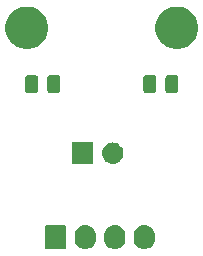
<source format=gbr>
G04 #@! TF.GenerationSoftware,KiCad,Pcbnew,(5.1.2-1)-1*
G04 #@! TF.CreationDate,2019-11-08T10:29:16-05:00*
G04 #@! TF.ProjectId,flow_rate,666c6f77-5f72-4617-9465-2e6b69636164,rev?*
G04 #@! TF.SameCoordinates,Original*
G04 #@! TF.FileFunction,Soldermask,Top*
G04 #@! TF.FilePolarity,Negative*
%FSLAX46Y46*%
G04 Gerber Fmt 4.6, Leading zero omitted, Abs format (unit mm)*
G04 Created by KiCad (PCBNEW (5.1.2-1)-1) date 2019-11-08 10:29:16*
%MOMM*%
%LPD*%
G04 APERTURE LIST*
%ADD10C,0.100000*%
G04 APERTURE END LIST*
D10*
G36*
X182508626Y-53089037D02*
G01*
X182678465Y-53140557D01*
X182678467Y-53140558D01*
X182834989Y-53224221D01*
X182972186Y-53336814D01*
X183055448Y-53438271D01*
X183084778Y-53474009D01*
X183168443Y-53630534D01*
X183219963Y-53800373D01*
X183233000Y-53932742D01*
X183233000Y-54271257D01*
X183219963Y-54403626D01*
X183168443Y-54573466D01*
X183084778Y-54729991D01*
X183055448Y-54765729D01*
X182972186Y-54867186D01*
X182877250Y-54945097D01*
X182834991Y-54979778D01*
X182678466Y-55063443D01*
X182508627Y-55114963D01*
X182332000Y-55132359D01*
X182155374Y-55114963D01*
X181985535Y-55063443D01*
X181829010Y-54979778D01*
X181691815Y-54867185D01*
X181579222Y-54729991D01*
X181495557Y-54573466D01*
X181444037Y-54403627D01*
X181431000Y-54271258D01*
X181431000Y-53932743D01*
X181444037Y-53800374D01*
X181495557Y-53630535D01*
X181579222Y-53474010D01*
X181579223Y-53474009D01*
X181691814Y-53336814D01*
X181793271Y-53253552D01*
X181829009Y-53224222D01*
X181985534Y-53140557D01*
X182155373Y-53089037D01*
X182332000Y-53071641D01*
X182508626Y-53089037D01*
X182508626Y-53089037D01*
G37*
G36*
X185008626Y-53089037D02*
G01*
X185178465Y-53140557D01*
X185178467Y-53140558D01*
X185334989Y-53224221D01*
X185472186Y-53336814D01*
X185555448Y-53438271D01*
X185584778Y-53474009D01*
X185668443Y-53630534D01*
X185719963Y-53800373D01*
X185733000Y-53932742D01*
X185733000Y-54271257D01*
X185719963Y-54403626D01*
X185668443Y-54573466D01*
X185584778Y-54729991D01*
X185555448Y-54765729D01*
X185472186Y-54867186D01*
X185377250Y-54945097D01*
X185334991Y-54979778D01*
X185178466Y-55063443D01*
X185008627Y-55114963D01*
X184832000Y-55132359D01*
X184655374Y-55114963D01*
X184485535Y-55063443D01*
X184329010Y-54979778D01*
X184191815Y-54867185D01*
X184079222Y-54729991D01*
X183995557Y-54573466D01*
X183944037Y-54403627D01*
X183931000Y-54271258D01*
X183931000Y-53932743D01*
X183944037Y-53800374D01*
X183995557Y-53630535D01*
X184079222Y-53474010D01*
X184079223Y-53474009D01*
X184191814Y-53336814D01*
X184293271Y-53253552D01*
X184329009Y-53224222D01*
X184485534Y-53140557D01*
X184655373Y-53089037D01*
X184832000Y-53071641D01*
X185008626Y-53089037D01*
X185008626Y-53089037D01*
G37*
G36*
X187508626Y-53089037D02*
G01*
X187678465Y-53140557D01*
X187678467Y-53140558D01*
X187834989Y-53224221D01*
X187972186Y-53336814D01*
X188055448Y-53438271D01*
X188084778Y-53474009D01*
X188168443Y-53630534D01*
X188219963Y-53800373D01*
X188233000Y-53932742D01*
X188233000Y-54271257D01*
X188219963Y-54403626D01*
X188168443Y-54573466D01*
X188084778Y-54729991D01*
X188055448Y-54765729D01*
X187972186Y-54867186D01*
X187877250Y-54945097D01*
X187834991Y-54979778D01*
X187678466Y-55063443D01*
X187508627Y-55114963D01*
X187332000Y-55132359D01*
X187155374Y-55114963D01*
X186985535Y-55063443D01*
X186829010Y-54979778D01*
X186691815Y-54867185D01*
X186579222Y-54729991D01*
X186495557Y-54573466D01*
X186444037Y-54403627D01*
X186431000Y-54271258D01*
X186431000Y-53932743D01*
X186444037Y-53800374D01*
X186495557Y-53630535D01*
X186579222Y-53474010D01*
X186579223Y-53474009D01*
X186691814Y-53336814D01*
X186793271Y-53253552D01*
X186829009Y-53224222D01*
X186985534Y-53140557D01*
X187155373Y-53089037D01*
X187332000Y-53071641D01*
X187508626Y-53089037D01*
X187508626Y-53089037D01*
G37*
G36*
X180590600Y-53079989D02*
G01*
X180623652Y-53090015D01*
X180654103Y-53106292D01*
X180680799Y-53128201D01*
X180702708Y-53154897D01*
X180718985Y-53185348D01*
X180729011Y-53218400D01*
X180733000Y-53258903D01*
X180733000Y-54945097D01*
X180729011Y-54985600D01*
X180718985Y-55018652D01*
X180702708Y-55049103D01*
X180680799Y-55075799D01*
X180654103Y-55097708D01*
X180623652Y-55113985D01*
X180590600Y-55124011D01*
X180550097Y-55128000D01*
X179113903Y-55128000D01*
X179073400Y-55124011D01*
X179040348Y-55113985D01*
X179009897Y-55097708D01*
X178983201Y-55075799D01*
X178961292Y-55049103D01*
X178945015Y-55018652D01*
X178934989Y-54985600D01*
X178931000Y-54945097D01*
X178931000Y-53258903D01*
X178934989Y-53218400D01*
X178945015Y-53185348D01*
X178961292Y-53154897D01*
X178983201Y-53128201D01*
X179009897Y-53106292D01*
X179040348Y-53090015D01*
X179073400Y-53079989D01*
X179113903Y-53076000D01*
X180550097Y-53076000D01*
X180590600Y-53079989D01*
X180590600Y-53079989D01*
G37*
G36*
X184768442Y-46095518D02*
G01*
X184834627Y-46102037D01*
X185004466Y-46153557D01*
X185160991Y-46237222D01*
X185196729Y-46266552D01*
X185298186Y-46349814D01*
X185381448Y-46451271D01*
X185410778Y-46487009D01*
X185494443Y-46643534D01*
X185545963Y-46813373D01*
X185563359Y-46990000D01*
X185545963Y-47166627D01*
X185494443Y-47336466D01*
X185410778Y-47492991D01*
X185381448Y-47528729D01*
X185298186Y-47630186D01*
X185196729Y-47713448D01*
X185160991Y-47742778D01*
X185004466Y-47826443D01*
X184834627Y-47877963D01*
X184768443Y-47884481D01*
X184702260Y-47891000D01*
X184613740Y-47891000D01*
X184547557Y-47884481D01*
X184481373Y-47877963D01*
X184311534Y-47826443D01*
X184155009Y-47742778D01*
X184119271Y-47713448D01*
X184017814Y-47630186D01*
X183934552Y-47528729D01*
X183905222Y-47492991D01*
X183821557Y-47336466D01*
X183770037Y-47166627D01*
X183752641Y-46990000D01*
X183770037Y-46813373D01*
X183821557Y-46643534D01*
X183905222Y-46487009D01*
X183934552Y-46451271D01*
X184017814Y-46349814D01*
X184119271Y-46266552D01*
X184155009Y-46237222D01*
X184311534Y-46153557D01*
X184481373Y-46102037D01*
X184547558Y-46095518D01*
X184613740Y-46089000D01*
X184702260Y-46089000D01*
X184768442Y-46095518D01*
X184768442Y-46095518D01*
G37*
G36*
X183019000Y-47891000D02*
G01*
X181217000Y-47891000D01*
X181217000Y-46089000D01*
X183019000Y-46089000D01*
X183019000Y-47891000D01*
X183019000Y-47891000D01*
G37*
G36*
X190031468Y-40401565D02*
G01*
X190070138Y-40413296D01*
X190105777Y-40432346D01*
X190137017Y-40457983D01*
X190162654Y-40489223D01*
X190181704Y-40524862D01*
X190193435Y-40563532D01*
X190198000Y-40609888D01*
X190198000Y-41686112D01*
X190193435Y-41732468D01*
X190181704Y-41771138D01*
X190162654Y-41806777D01*
X190137017Y-41838017D01*
X190105777Y-41863654D01*
X190070138Y-41882704D01*
X190031468Y-41894435D01*
X189985112Y-41899000D01*
X189333888Y-41899000D01*
X189287532Y-41894435D01*
X189248862Y-41882704D01*
X189213223Y-41863654D01*
X189181983Y-41838017D01*
X189156346Y-41806777D01*
X189137296Y-41771138D01*
X189125565Y-41732468D01*
X189121000Y-41686112D01*
X189121000Y-40609888D01*
X189125565Y-40563532D01*
X189137296Y-40524862D01*
X189156346Y-40489223D01*
X189181983Y-40457983D01*
X189213223Y-40432346D01*
X189248862Y-40413296D01*
X189287532Y-40401565D01*
X189333888Y-40397000D01*
X189985112Y-40397000D01*
X190031468Y-40401565D01*
X190031468Y-40401565D01*
G37*
G36*
X188156468Y-40401565D02*
G01*
X188195138Y-40413296D01*
X188230777Y-40432346D01*
X188262017Y-40457983D01*
X188287654Y-40489223D01*
X188306704Y-40524862D01*
X188318435Y-40563532D01*
X188323000Y-40609888D01*
X188323000Y-41686112D01*
X188318435Y-41732468D01*
X188306704Y-41771138D01*
X188287654Y-41806777D01*
X188262017Y-41838017D01*
X188230777Y-41863654D01*
X188195138Y-41882704D01*
X188156468Y-41894435D01*
X188110112Y-41899000D01*
X187458888Y-41899000D01*
X187412532Y-41894435D01*
X187373862Y-41882704D01*
X187338223Y-41863654D01*
X187306983Y-41838017D01*
X187281346Y-41806777D01*
X187262296Y-41771138D01*
X187250565Y-41732468D01*
X187246000Y-41686112D01*
X187246000Y-40609888D01*
X187250565Y-40563532D01*
X187262296Y-40524862D01*
X187281346Y-40489223D01*
X187306983Y-40457983D01*
X187338223Y-40432346D01*
X187373862Y-40413296D01*
X187412532Y-40401565D01*
X187458888Y-40397000D01*
X188110112Y-40397000D01*
X188156468Y-40401565D01*
X188156468Y-40401565D01*
G37*
G36*
X180031468Y-40401565D02*
G01*
X180070138Y-40413296D01*
X180105777Y-40432346D01*
X180137017Y-40457983D01*
X180162654Y-40489223D01*
X180181704Y-40524862D01*
X180193435Y-40563532D01*
X180198000Y-40609888D01*
X180198000Y-41686112D01*
X180193435Y-41732468D01*
X180181704Y-41771138D01*
X180162654Y-41806777D01*
X180137017Y-41838017D01*
X180105777Y-41863654D01*
X180070138Y-41882704D01*
X180031468Y-41894435D01*
X179985112Y-41899000D01*
X179333888Y-41899000D01*
X179287532Y-41894435D01*
X179248862Y-41882704D01*
X179213223Y-41863654D01*
X179181983Y-41838017D01*
X179156346Y-41806777D01*
X179137296Y-41771138D01*
X179125565Y-41732468D01*
X179121000Y-41686112D01*
X179121000Y-40609888D01*
X179125565Y-40563532D01*
X179137296Y-40524862D01*
X179156346Y-40489223D01*
X179181983Y-40457983D01*
X179213223Y-40432346D01*
X179248862Y-40413296D01*
X179287532Y-40401565D01*
X179333888Y-40397000D01*
X179985112Y-40397000D01*
X180031468Y-40401565D01*
X180031468Y-40401565D01*
G37*
G36*
X178156468Y-40401565D02*
G01*
X178195138Y-40413296D01*
X178230777Y-40432346D01*
X178262017Y-40457983D01*
X178287654Y-40489223D01*
X178306704Y-40524862D01*
X178318435Y-40563532D01*
X178323000Y-40609888D01*
X178323000Y-41686112D01*
X178318435Y-41732468D01*
X178306704Y-41771138D01*
X178287654Y-41806777D01*
X178262017Y-41838017D01*
X178230777Y-41863654D01*
X178195138Y-41882704D01*
X178156468Y-41894435D01*
X178110112Y-41899000D01*
X177458888Y-41899000D01*
X177412532Y-41894435D01*
X177373862Y-41882704D01*
X177338223Y-41863654D01*
X177306983Y-41838017D01*
X177281346Y-41806777D01*
X177262296Y-41771138D01*
X177250565Y-41732468D01*
X177246000Y-41686112D01*
X177246000Y-40609888D01*
X177250565Y-40563532D01*
X177262296Y-40524862D01*
X177281346Y-40489223D01*
X177306983Y-40457983D01*
X177338223Y-40432346D01*
X177373862Y-40413296D01*
X177412532Y-40401565D01*
X177458888Y-40397000D01*
X178110112Y-40397000D01*
X178156468Y-40401565D01*
X178156468Y-40401565D01*
G37*
G36*
X190597331Y-34653711D02*
G01*
X190925092Y-34789474D01*
X191220070Y-34986572D01*
X191470928Y-35237430D01*
X191668026Y-35532408D01*
X191803789Y-35860169D01*
X191873000Y-36208116D01*
X191873000Y-36562884D01*
X191803789Y-36910831D01*
X191668026Y-37238592D01*
X191470928Y-37533570D01*
X191220070Y-37784428D01*
X190925092Y-37981526D01*
X190597331Y-38117289D01*
X190249384Y-38186500D01*
X189894616Y-38186500D01*
X189546669Y-38117289D01*
X189218908Y-37981526D01*
X188923930Y-37784428D01*
X188673072Y-37533570D01*
X188475974Y-37238592D01*
X188340211Y-36910831D01*
X188271000Y-36562884D01*
X188271000Y-36208116D01*
X188340211Y-35860169D01*
X188475974Y-35532408D01*
X188673072Y-35237430D01*
X188923930Y-34986572D01*
X189218908Y-34789474D01*
X189546669Y-34653711D01*
X189894616Y-34584500D01*
X190249384Y-34584500D01*
X190597331Y-34653711D01*
X190597331Y-34653711D01*
G37*
G36*
X177897331Y-34653711D02*
G01*
X178225092Y-34789474D01*
X178520070Y-34986572D01*
X178770928Y-35237430D01*
X178968026Y-35532408D01*
X179103789Y-35860169D01*
X179173000Y-36208116D01*
X179173000Y-36562884D01*
X179103789Y-36910831D01*
X178968026Y-37238592D01*
X178770928Y-37533570D01*
X178520070Y-37784428D01*
X178225092Y-37981526D01*
X177897331Y-38117289D01*
X177549384Y-38186500D01*
X177194616Y-38186500D01*
X176846669Y-38117289D01*
X176518908Y-37981526D01*
X176223930Y-37784428D01*
X175973072Y-37533570D01*
X175775974Y-37238592D01*
X175640211Y-36910831D01*
X175571000Y-36562884D01*
X175571000Y-36208116D01*
X175640211Y-35860169D01*
X175775974Y-35532408D01*
X175973072Y-35237430D01*
X176223930Y-34986572D01*
X176518908Y-34789474D01*
X176846669Y-34653711D01*
X177194616Y-34584500D01*
X177549384Y-34584500D01*
X177897331Y-34653711D01*
X177897331Y-34653711D01*
G37*
M02*

</source>
